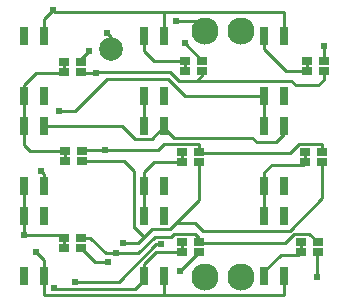
<source format=gtl>
G04 Layer: TopLayer*
G04 EasyEDA v6.4.25, 2022-01-03T23:04:32--5:00*
G04 f870d6b240394c1986ede19cf4370902,f610eaca6985405d96f74a4a3e528675,10*
G04 Gerber Generator version 0.2*
G04 Scale: 100 percent, Rotated: No, Reflected: No *
G04 Dimensions in millimeters *
G04 leading zeros omitted , absolute positions ,4 integer and 5 decimal *
%FSLAX45Y45*%
%MOMM*%

%ADD10C,0.2540*%
%ADD11C,0.6096*%
%ADD12C,2.0000*%
%ADD14C,2.3000*%

%LPD*%
D10*
X309702Y-1589506D02*
G01*
X309702Y-1490802D01*
X279400Y-1460500D01*
X393611Y-2451100D02*
G01*
X393611Y-2463800D01*
X1079411Y-2463800D01*
X1155611Y-2387600D01*
X1155611Y-2351531D01*
X876211Y-431800D02*
G01*
X876211Y-330200D01*
X838111Y-292100D01*
X977811Y-2070100D02*
G01*
X1104811Y-2070100D01*
X1219111Y-1955800D01*
X1371511Y-1955800D01*
X1621955Y-1705610D01*
X1621955Y-1388618D01*
X2341702Y-1079500D02*
G01*
X2341702Y-1150797D01*
X2273300Y-1219200D01*
X2108200Y-1219200D01*
X2070100Y-1181100D01*
X1409611Y-1181100D01*
X1325791Y-1097026D01*
X1325791Y-1079500D01*
X1502308Y-529005D02*
G01*
X1240205Y-529005D01*
X1155700Y-444500D01*
X1155700Y-317500D01*
X2171694Y-827509D02*
G01*
X1500604Y-827509D01*
X1358894Y-685800D01*
X838194Y-685800D01*
X571494Y-952500D01*
X431812Y-952500D01*
X2675991Y-613994D02*
G01*
X2675991Y-689508D01*
X2628900Y-736600D01*
X2438400Y-736600D01*
X2400300Y-698500D01*
X1600365Y-698500D01*
X1647355Y-613918D02*
G01*
X1647355Y-651510D01*
X1600365Y-698500D01*
X1447711Y-698500D01*
X1371511Y-622300D01*
X1206411Y-622300D01*
X1422311Y-190500D02*
G01*
X1575727Y-190500D01*
X1666151Y-280670D01*
X571512Y-2400300D02*
G01*
X939794Y-2400300D01*
X1257294Y-2082800D01*
X1295394Y-2082800D01*
X1621950Y-2065784D02*
G01*
X1621950Y-2028192D01*
X1587408Y-1993900D01*
X1409608Y-1993900D01*
X1384208Y-2019300D01*
X1244508Y-2019300D01*
X1104808Y-2159000D01*
X914412Y-2159000D01*
X618650Y-2026920D02*
G01*
X698408Y-2026920D01*
X830488Y-2159000D01*
X914412Y-2159000D01*
X618586Y-541703D02*
G01*
X618586Y-511726D01*
X685812Y-444500D01*
X1647286Y-529003D02*
G01*
X1499283Y-381000D01*
X1498612Y-381000D01*
X749211Y-635000D02*
G01*
X749211Y-622300D01*
X1206500Y-622300D01*
X1621950Y-1303784D02*
G01*
X1621950Y-1231900D01*
X1320708Y-1231900D01*
X1269908Y-1282700D01*
X825487Y-1282700D01*
X825487Y-1282700D02*
G01*
X639734Y-1282700D01*
X631350Y-1291084D01*
X309791Y-1079500D02*
G01*
X965111Y-1079500D01*
X1079411Y-1193800D01*
X1219200Y-1193800D01*
X1325702Y-1079500D01*
X1325702Y-1079500D01*
X2663291Y-1388694D02*
G01*
X2663291Y-1692808D01*
X2387600Y-1968500D01*
X1651000Y-1968500D01*
X1587500Y-1905000D01*
X1422626Y-1905000D01*
X2625255Y-2065781D02*
G01*
X2553373Y-1993900D01*
X2425611Y-1993900D01*
X2349411Y-2070100D01*
X1626273Y-2070100D01*
X1621955Y-2065781D01*
X2663355Y-1303781D02*
G01*
X2663355Y-1231900D01*
X2463711Y-1231900D01*
X2387511Y-1308100D01*
X1626273Y-1308100D01*
X1621955Y-1303781D01*
X631291Y-1375994D02*
G01*
X982294Y-1375994D01*
X1066800Y-1460500D01*
X1066800Y-1943100D01*
X1080531Y-1943100D01*
X1156197Y-2018766D01*
X139700Y-2006600D02*
G01*
X443814Y-2006600D01*
X469214Y-2032000D01*
X473603Y-2026920D01*
X1320711Y-2514600D02*
G01*
X309791Y-2514600D01*
X309791Y-2351531D01*
X2616111Y-2362200D02*
G01*
X2616111Y-2159774D01*
X2625191Y-2150694D01*
X1155611Y-2351531D02*
G01*
X1155611Y-2247900D01*
X1252893Y-2150618D01*
X1476921Y-2150618D01*
X618586Y-626696D02*
G01*
X626889Y-635000D01*
X749312Y-635000D01*
X2531008Y-613994D02*
G01*
X2353894Y-613994D01*
X2171700Y-431800D01*
X2171700Y-317500D01*
X241312Y-2146300D02*
G01*
X309707Y-2214694D01*
X309707Y-2351509D01*
X2679611Y-406400D02*
G01*
X2679611Y-525271D01*
X2676055Y-529081D01*
X1621955Y-2150618D02*
G01*
X1460411Y-2311400D01*
X2341702Y-2351506D02*
G01*
X2341702Y-2514600D01*
X1320800Y-2514600D01*
X1325702Y-2509697D01*
X1325702Y-2351506D01*
X1320794Y-114300D02*
G01*
X393712Y-114300D01*
X381012Y-101600D01*
X309707Y-172905D01*
X309707Y-317500D01*
X2341702Y-317500D02*
G01*
X2341702Y-114300D01*
X1320800Y-114300D01*
X1325702Y-119202D01*
X1325702Y-317500D01*
X1476908Y-1388694D02*
G01*
X1240205Y-1388694D01*
X1155700Y-1473200D01*
X1155700Y-1589506D01*
X1476908Y-2065705D02*
G01*
X1476908Y-2150694D01*
X1502308Y-613994D02*
G01*
X1502308Y-529005D01*
X1476908Y-1388694D02*
G01*
X1476908Y-1303705D01*
X2480208Y-2150694D02*
G01*
X2480208Y-2065705D01*
X2171700Y-2351506D02*
G01*
X2171700Y-2311400D01*
X2311400Y-2171700D01*
X2459202Y-2171700D01*
X2480208Y-2150694D01*
X2518308Y-1303705D02*
G01*
X2518308Y-1388694D01*
X2171700Y-1589506D02*
G01*
X2171700Y-1473200D01*
X2235200Y-1409700D01*
X2497302Y-1409700D01*
X2518308Y-1388694D01*
X2531008Y-529005D02*
G01*
X2531008Y-613994D01*
X473608Y-541705D02*
G01*
X473608Y-626694D01*
X139700Y-827506D02*
G01*
X139700Y-736600D01*
X241300Y-635000D01*
X465302Y-635000D01*
X473608Y-626694D01*
X486308Y-1375994D02*
G01*
X486308Y-1291005D01*
X139700Y-1079500D02*
G01*
X139700Y-1244600D01*
X190500Y-1295400D01*
X481914Y-1295400D01*
X486308Y-1291005D01*
X473608Y-2027605D02*
G01*
X473608Y-2112594D01*
X139694Y-1841500D02*
G01*
X139712Y-1841517D01*
X139712Y-2006600D01*
X139700Y-1079500D02*
G01*
X139700Y-827506D01*
X139700Y-1841500D02*
G01*
X139700Y-1589506D01*
X1155700Y-1079500D02*
G01*
X1155700Y-827506D01*
X1155700Y-1841500D02*
G01*
X1155700Y-1589506D01*
X2171700Y-1841500D02*
G01*
X2171700Y-1589506D01*
X2171700Y-827506D02*
G01*
X2171700Y-1079500D01*
X844509Y-2235200D02*
G01*
X741210Y-2235200D01*
X618604Y-2112594D01*
D12*
G01*
X876312Y-431800D03*
G36*
X431088Y-574192D02*
G01*
X431088Y-509193D01*
X516102Y-509193D01*
X516102Y-574192D01*
G37*
G36*
X431088Y-659206D02*
G01*
X431088Y-594207D01*
X516102Y-594207D01*
X516102Y-659206D01*
G37*
G36*
X576097Y-574192D02*
G01*
X576097Y-509193D01*
X661111Y-509193D01*
X661111Y-574192D01*
G37*
G36*
X576097Y-659206D02*
G01*
X576097Y-594207D01*
X661111Y-594207D01*
X661111Y-659206D01*
G37*
G36*
X1459788Y-561492D02*
G01*
X1459788Y-496493D01*
X1544802Y-496493D01*
X1544802Y-561492D01*
G37*
G36*
X1459788Y-646506D02*
G01*
X1459788Y-581507D01*
X1544802Y-581507D01*
X1544802Y-646506D01*
G37*
G36*
X1604797Y-561492D02*
G01*
X1604797Y-496493D01*
X1689811Y-496493D01*
X1689811Y-561492D01*
G37*
G36*
X1604797Y-646506D02*
G01*
X1604797Y-581507D01*
X1689811Y-581507D01*
X1689811Y-646506D01*
G37*
G36*
X2488488Y-561492D02*
G01*
X2488488Y-496493D01*
X2573502Y-496493D01*
X2573502Y-561492D01*
G37*
G36*
X2488488Y-646506D02*
G01*
X2488488Y-581507D01*
X2573502Y-581507D01*
X2573502Y-646506D01*
G37*
G36*
X2633497Y-561492D02*
G01*
X2633497Y-496493D01*
X2718511Y-496493D01*
X2718511Y-561492D01*
G37*
G36*
X2633497Y-646506D02*
G01*
X2633497Y-581507D01*
X2718511Y-581507D01*
X2718511Y-646506D01*
G37*
G36*
X443788Y-1323492D02*
G01*
X443788Y-1258493D01*
X528802Y-1258493D01*
X528802Y-1323492D01*
G37*
G36*
X443788Y-1408506D02*
G01*
X443788Y-1343507D01*
X528802Y-1343507D01*
X528802Y-1408506D01*
G37*
G36*
X588797Y-1323492D02*
G01*
X588797Y-1258493D01*
X673811Y-1258493D01*
X673811Y-1323492D01*
G37*
G36*
X588797Y-1408506D02*
G01*
X588797Y-1343507D01*
X673811Y-1343507D01*
X673811Y-1408506D01*
G37*
G36*
X1434388Y-1336192D02*
G01*
X1434388Y-1271193D01*
X1519402Y-1271193D01*
X1519402Y-1336192D01*
G37*
G36*
X1434388Y-1421206D02*
G01*
X1434388Y-1356207D01*
X1519402Y-1356207D01*
X1519402Y-1421206D01*
G37*
G36*
X1579397Y-1336192D02*
G01*
X1579397Y-1271193D01*
X1664411Y-1271193D01*
X1664411Y-1336192D01*
G37*
G36*
X1579397Y-1421206D02*
G01*
X1579397Y-1356207D01*
X1664411Y-1356207D01*
X1664411Y-1421206D01*
G37*
G36*
X2475788Y-1336192D02*
G01*
X2475788Y-1271193D01*
X2560802Y-1271193D01*
X2560802Y-1336192D01*
G37*
G36*
X2475788Y-1421206D02*
G01*
X2475788Y-1356207D01*
X2560802Y-1356207D01*
X2560802Y-1421206D01*
G37*
G36*
X2620797Y-1336192D02*
G01*
X2620797Y-1271193D01*
X2705811Y-1271193D01*
X2705811Y-1336192D01*
G37*
G36*
X2620797Y-1421206D02*
G01*
X2620797Y-1356207D01*
X2705811Y-1356207D01*
X2705811Y-1421206D01*
G37*
G36*
X431088Y-2060092D02*
G01*
X431088Y-1995093D01*
X516102Y-1995093D01*
X516102Y-2060092D01*
G37*
G36*
X431088Y-2145106D02*
G01*
X431088Y-2080107D01*
X516102Y-2080107D01*
X516102Y-2145106D01*
G37*
G36*
X576097Y-2060092D02*
G01*
X576097Y-1995093D01*
X661111Y-1995093D01*
X661111Y-2060092D01*
G37*
G36*
X576097Y-2145106D02*
G01*
X576097Y-2080107D01*
X661111Y-2080107D01*
X661111Y-2145106D01*
G37*
G36*
X1434388Y-2098192D02*
G01*
X1434388Y-2033193D01*
X1519402Y-2033193D01*
X1519402Y-2098192D01*
G37*
G36*
X1434388Y-2183206D02*
G01*
X1434388Y-2118207D01*
X1519402Y-2118207D01*
X1519402Y-2183206D01*
G37*
G36*
X1579397Y-2098192D02*
G01*
X1579397Y-2033193D01*
X1664411Y-2033193D01*
X1664411Y-2098192D01*
G37*
G36*
X1579397Y-2183206D02*
G01*
X1579397Y-2118207D01*
X1664411Y-2118207D01*
X1664411Y-2183206D01*
G37*
G36*
X2437688Y-2098192D02*
G01*
X2437688Y-2033193D01*
X2522702Y-2033193D01*
X2522702Y-2098192D01*
G37*
G36*
X2437688Y-2183206D02*
G01*
X2437688Y-2118207D01*
X2522702Y-2118207D01*
X2522702Y-2183206D01*
G37*
G36*
X2582697Y-2098192D02*
G01*
X2582697Y-2033193D01*
X2667711Y-2033193D01*
X2667711Y-2098192D01*
G37*
G36*
X2582697Y-2183206D02*
G01*
X2582697Y-2118207D01*
X2667711Y-2118207D01*
X2667711Y-2183206D01*
G37*
G36*
X104698Y-242498D02*
G01*
X174701Y-242498D01*
X174701Y-392501D01*
X104698Y-392501D01*
G37*
G36*
X274698Y-242498D02*
G01*
X344700Y-242498D01*
X344700Y-392501D01*
X274698Y-392501D01*
G37*
G36*
X274698Y-752500D02*
G01*
X344700Y-752500D01*
X344700Y-902502D01*
X274698Y-902502D01*
G37*
G36*
X104698Y-752500D02*
G01*
X174701Y-752500D01*
X174701Y-902502D01*
X104698Y-902502D01*
G37*
G36*
X1120698Y-242498D02*
G01*
X1190701Y-242498D01*
X1190701Y-392501D01*
X1120698Y-392501D01*
G37*
G36*
X1290698Y-242498D02*
G01*
X1360700Y-242498D01*
X1360700Y-392501D01*
X1290698Y-392501D01*
G37*
G36*
X1290698Y-752500D02*
G01*
X1360700Y-752500D01*
X1360700Y-902502D01*
X1290698Y-902502D01*
G37*
G36*
X1120698Y-752500D02*
G01*
X1190701Y-752500D01*
X1190701Y-902502D01*
X1120698Y-902502D01*
G37*
G36*
X2136698Y-242498D02*
G01*
X2206701Y-242498D01*
X2206701Y-392501D01*
X2136698Y-392501D01*
G37*
G36*
X2306698Y-242498D02*
G01*
X2376700Y-242498D01*
X2376700Y-392501D01*
X2306698Y-392501D01*
G37*
G36*
X2306698Y-752500D02*
G01*
X2376700Y-752500D01*
X2376700Y-902502D01*
X2306698Y-902502D01*
G37*
G36*
X2136698Y-752500D02*
G01*
X2206701Y-752500D01*
X2206701Y-902502D01*
X2136698Y-902502D01*
G37*
G36*
X104698Y-1004498D02*
G01*
X174701Y-1004498D01*
X174701Y-1154501D01*
X104698Y-1154501D01*
G37*
G36*
X274698Y-1004498D02*
G01*
X344700Y-1004498D01*
X344700Y-1154501D01*
X274698Y-1154501D01*
G37*
G36*
X274698Y-1514500D02*
G01*
X344700Y-1514500D01*
X344700Y-1664502D01*
X274698Y-1664502D01*
G37*
G36*
X104698Y-1514500D02*
G01*
X174701Y-1514500D01*
X174701Y-1664502D01*
X104698Y-1664502D01*
G37*
G36*
X1120698Y-1004498D02*
G01*
X1190701Y-1004498D01*
X1190701Y-1154501D01*
X1120698Y-1154501D01*
G37*
G36*
X1290698Y-1004498D02*
G01*
X1360700Y-1004498D01*
X1360700Y-1154501D01*
X1290698Y-1154501D01*
G37*
G36*
X1290698Y-1514500D02*
G01*
X1360700Y-1514500D01*
X1360700Y-1664502D01*
X1290698Y-1664502D01*
G37*
G36*
X1120698Y-1514500D02*
G01*
X1190701Y-1514500D01*
X1190701Y-1664502D01*
X1120698Y-1664502D01*
G37*
G36*
X2136698Y-1004498D02*
G01*
X2206701Y-1004498D01*
X2206701Y-1154501D01*
X2136698Y-1154501D01*
G37*
G36*
X2306698Y-1004498D02*
G01*
X2376700Y-1004498D01*
X2376700Y-1154501D01*
X2306698Y-1154501D01*
G37*
G36*
X2306698Y-1514500D02*
G01*
X2376700Y-1514500D01*
X2376700Y-1664502D01*
X2306698Y-1664502D01*
G37*
G36*
X2136698Y-1514500D02*
G01*
X2206701Y-1514500D01*
X2206701Y-1664502D01*
X2136698Y-1664502D01*
G37*
G36*
X104698Y-1766498D02*
G01*
X174701Y-1766498D01*
X174701Y-1916501D01*
X104698Y-1916501D01*
G37*
G36*
X274698Y-1766498D02*
G01*
X344700Y-1766498D01*
X344700Y-1916501D01*
X274698Y-1916501D01*
G37*
G36*
X274698Y-2276500D02*
G01*
X344700Y-2276500D01*
X344700Y-2426502D01*
X274698Y-2426502D01*
G37*
G36*
X104698Y-2276500D02*
G01*
X174701Y-2276500D01*
X174701Y-2426502D01*
X104698Y-2426502D01*
G37*
G36*
X1120698Y-1766498D02*
G01*
X1190701Y-1766498D01*
X1190701Y-1916501D01*
X1120698Y-1916501D01*
G37*
G36*
X1290698Y-1766498D02*
G01*
X1360700Y-1766498D01*
X1360700Y-1916501D01*
X1290698Y-1916501D01*
G37*
G36*
X1290698Y-2276500D02*
G01*
X1360700Y-2276500D01*
X1360700Y-2426502D01*
X1290698Y-2426502D01*
G37*
G36*
X1120698Y-2276500D02*
G01*
X1190701Y-2276500D01*
X1190701Y-2426502D01*
X1120698Y-2426502D01*
G37*
G36*
X2136698Y-1766498D02*
G01*
X2206701Y-1766498D01*
X2206701Y-1916501D01*
X2136698Y-1916501D01*
G37*
G36*
X2306698Y-1766498D02*
G01*
X2376700Y-1766498D01*
X2376700Y-1916501D01*
X2306698Y-1916501D01*
G37*
G36*
X2306698Y-2276500D02*
G01*
X2376700Y-2276500D01*
X2376700Y-2426502D01*
X2306698Y-2426502D01*
G37*
G36*
X2136698Y-2276500D02*
G01*
X2206701Y-2276500D01*
X2206701Y-2426502D01*
X2136698Y-2426502D01*
G37*
D14*
G01*
X1666100Y-2360803D03*
G01*
X1976107Y-2360803D03*
G01*
X1976107Y-280796D03*
G01*
X1666100Y-280796D03*
D11*
G01*
X1460411Y-2311400D03*
G01*
X2679712Y-406400D03*
G01*
X139712Y-2006600D03*
G01*
X241312Y-2146300D03*
G01*
X749312Y-635000D03*
G01*
X914412Y-2159000D03*
G01*
X2616111Y-2362200D03*
G01*
X393712Y-2451100D03*
G01*
X279412Y-1460500D03*
G01*
X977912Y-2070100D03*
G01*
X825512Y-1282700D03*
G01*
X1498612Y-381000D03*
G01*
X685812Y-444500D03*
G01*
X381012Y-101600D03*
G01*
X571512Y-2400300D03*
G01*
X1295412Y-2082800D03*
G01*
X1422412Y-190500D03*
G01*
X431812Y-952500D03*
G01*
X838212Y-292100D03*
G01*
X844511Y-2235200D03*
M02*

</source>
